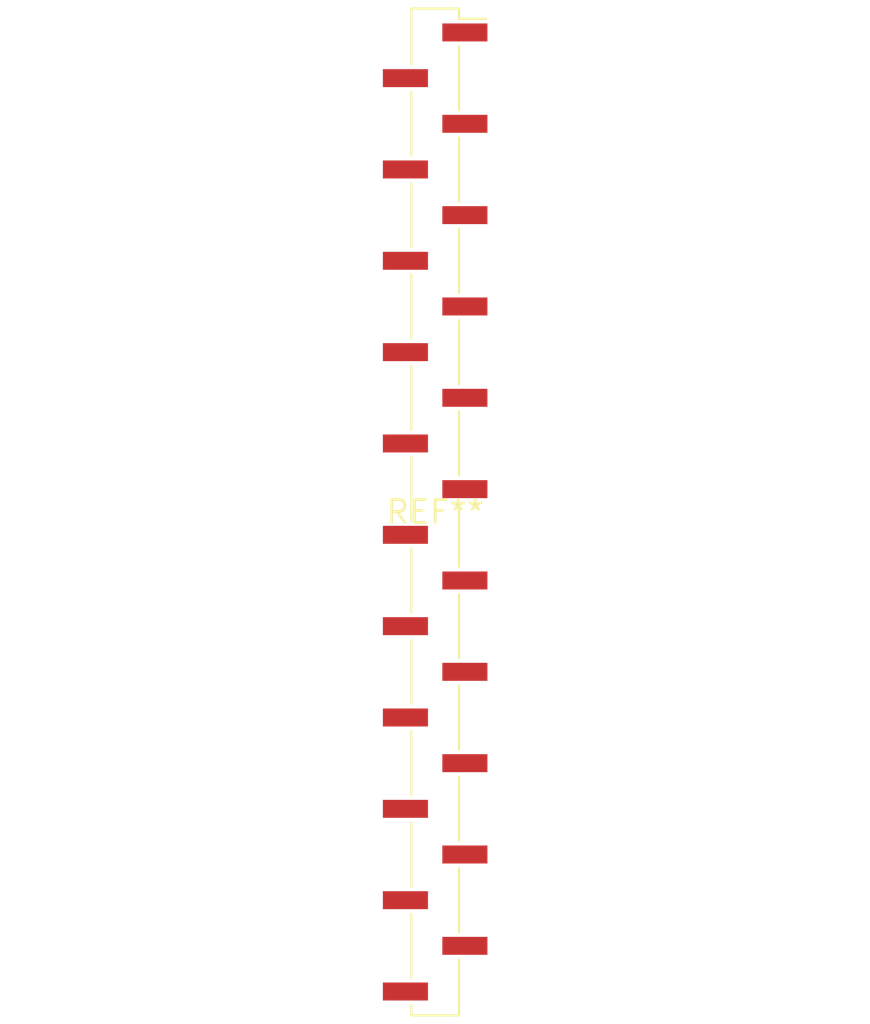
<source format=kicad_pcb>
(kicad_pcb (version 20240108) (generator pcbnew)
  (layers (0 "F.Cu" signal) (31 "B.Cu" signal) (34 "B.Paste" user) (35 "F.Paste" user) (36 "B.SilkS" user "B.Silkscreen") (37 "F.SilkS" user "F.Silkscreen") (38 "B.Mask" user) (39 "F.Mask" user) (44 "Edge.Cuts" user))
  (net 0 "")
  (footprint "PinHeader_1x22_P2.54mm_Vertical_SMD_Pin1Right" (layer "F.Cu") (at 0 0)
    (property "Reference" "REF**")
    (property "Value" "PinHeader_1x22_P2.54mm_Vertical_SMD_Pin1Right")
    (fp_line (start -1.33 -28) (end -1.33 -24.89) (layer "F.SilkS") (stroke (width 0.12)))
    (fp_line (start -1.33 -28) (end 1.33 -28) (layer "F.SilkS") (stroke (width 0.12)))
    (fp_line (start -1.33 -23.37) (end -1.33 -19.81) (layer "F.SilkS") (stroke (width 0.12)))
    (fp_line (start -1.33 -18.29) (end -1.33 -14.73) (layer "F.SilkS") (stroke (width 0.12)))
    (fp_line (start -1.33 -13.21) (end -1.33 -9.65) (layer "F.SilkS") (stroke (width 0.12)))
    (fp_line (start -1.33 -8.13) (end -1.33 -4.57) (layer "F.SilkS") (stroke (width 0.12)))
    (fp_line (start -1.33 -3.05) (end -1.33 0.51) (layer "F.SilkS") (stroke (width 0.12)))
    (fp_line (start -1.33 2.03) (end -1.33 5.59) (layer "F.SilkS") (stroke (width 0.12)))
    (fp_line (start -1.33 7.11) (end -1.33 10.67) (layer "F.SilkS") (stroke (width 0.12)))
    (fp_line (start -1.33 12.19) (end -1.33 15.75) (layer "F.SilkS") (stroke (width 0.12)))
    (fp_line (start -1.33 17.27) (end -1.33 20.83) (layer "F.SilkS") (stroke (width 0.12)))
    (fp_line (start -1.33 22.35) (end -1.33 25.91) (layer "F.SilkS") (stroke (width 0.12)))
    (fp_line (start -1.33 27.43) (end -1.33 28) (layer "F.SilkS") (stroke (width 0.12)))
    (fp_line (start -1.33 28) (end 1.33 28) (layer "F.SilkS") (stroke (width 0.12)))
    (fp_line (start 1.33 -28) (end 1.33 -27.43) (layer "F.SilkS") (stroke (width 0.12)))
    (fp_line (start 1.33 -27.43) (end 2.85 -27.43) (layer "F.SilkS") (stroke (width 0.12)))
    (fp_line (start 1.33 -25.91) (end 1.33 -22.35) (layer "F.SilkS") (stroke (width 0.12)))
    (fp_line (start 1.33 -20.83) (end 1.33 -17.27) (layer "F.SilkS") (stroke (width 0.12)))
    (fp_line (start 1.33 -15.75) (end 1.33 -12.19) (layer "F.SilkS") (stroke (width 0.12)))
    (fp_line (start 1.33 -10.67) (end 1.33 -7.11) (layer "F.SilkS") (stroke (width 0.12)))
    (fp_line (start 1.33 -5.59) (end 1.33 -2.03) (layer "F.SilkS") (stroke (width 0.12)))
    (fp_line (start 1.33 -0.51) (end 1.33 3.05) (layer "F.SilkS") (stroke (width 0.12)))
    (fp_line (start 1.33 4.57) (end 1.33 8.13) (layer "F.SilkS") (stroke (width 0.12)))
    (fp_line (start 1.33 9.65) (end 1.33 13.21) (layer "F.SilkS") (stroke (width 0.12)))
    (fp_line (start 1.33 14.73) (end 1.33 18.29) (layer "F.SilkS") (stroke (width 0.12)))
    (fp_line (start 1.33 19.81) (end 1.33 23.37) (layer "F.SilkS") (stroke (width 0.12)))
    (fp_line (start 1.33 24.89) (end 1.33 28) (layer "F.SilkS") (stroke (width 0.12)))
    (pad "1" smd rect (at 1.655 -26.67) (size 2.51 1) (layers "F.Cu" "F.Paste" "F.Mask"))
    (pad "2" smd rect (at -1.655 -24.13) (size 2.51 1) (layers "F.Cu" "F.Paste" "F.Mask"))
    (pad "3" smd rect (at 1.655 -21.59) (size 2.51 1) (layers "F.Cu" "F.Paste" "F.Mask"))
    (pad "4" smd rect (at -1.655 -19.05) (size 2.51 1) (layers "F.Cu" "F.Paste" "F.Mask"))
    (pad "5" smd rect (at 1.655 -16.51) (size 2.51 1) (layers "F.Cu" "F.Paste" "F.Mask"))
    (pad "6" smd rect (at -1.655 -13.97) (size 2.51 1) (layers "F.Cu" "F.Paste" "F.Mask"))
    (pad "7" smd rect (at 1.655 -11.43) (size 2.51 1) (layers "F.Cu" "F.Paste" "F.Mask"))
    (pad "8" smd rect (at -1.655 -8.89) (size 2.51 1) (layers "F.Cu" "F.Paste" "F.Mask"))
    (pad "9" smd rect (at 1.655 -6.35) (size 2.51 1) (layers "F.Cu" "F.Paste" "F.Mask"))
    (pad "10" smd rect (at -1.655 -3.81) (size 2.51 1) (layers "F.Cu" "F.Paste" "F.Mask"))
    (pad "11" smd rect (at 1.655 -1.27) (size 2.51 1) (layers "F.Cu" "F.Paste" "F.Mask"))
    (pad "12" smd rect (at -1.655 1.27) (size 2.51 1) (layers "F.Cu" "F.Paste" "F.Mask"))
    (pad "13" smd rect (at 1.655 3.81) (size 2.51 1) (layers "F.Cu" "F.Paste" "F.Mask"))
    (pad "14" smd rect (at -1.655 6.35) (size 2.51 1) (layers "F.Cu" "F.Paste" "F.Mask"))
    (pad "15" smd rect (at 1.655 8.89) (size 2.51 1) (layers "F.Cu" "F.Paste" "F.Mask"))
    (pad "16" smd rect (at -1.655 11.43) (size 2.51 1) (layers "F.Cu" "F.Paste" "F.Mask"))
    (pad "17" smd rect (at 1.655 13.97) (size 2.51 1) (layers "F.Cu" "F.Paste" "F.Mask"))
    (pad "18" smd rect (at -1.655 16.51) (size 2.51 1) (layers "F.Cu" "F.Paste" "F.Mask"))
    (pad "19" smd rect (at 1.655 19.05) (size 2.51 1) (layers "F.Cu" "F.Paste" "F.Mask"))
    (pad "20" smd rect (at -1.655 21.59) (size 2.51 1) (layers "F.Cu" "F.Paste" "F.Mask"))
    (pad "21" smd rect (at 1.655 24.13) (size 2.51 1) (layers "F.Cu" "F.Paste" "F.Mask"))
    (pad "22" smd rect (at -1.655 26.67) (size 2.51 1) (layers "F.Cu" "F.Paste" "F.Mask"))
  )
)
</source>
